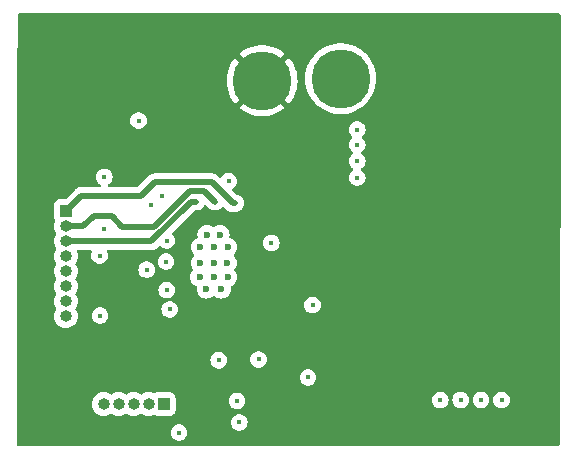
<source format=gbr>
%TF.GenerationSoftware,KiCad,Pcbnew,7.0.9-7.0.9~ubuntu22.04.1*%
%TF.CreationDate,2024-01-17T18:16:46+01:00*%
%TF.ProjectId,driver_seperate,64726976-6572-45f7-9365-706572617465,rev?*%
%TF.SameCoordinates,Original*%
%TF.FileFunction,Copper,L2,Inr*%
%TF.FilePolarity,Positive*%
%FSLAX46Y46*%
G04 Gerber Fmt 4.6, Leading zero omitted, Abs format (unit mm)*
G04 Created by KiCad (PCBNEW 7.0.9-7.0.9~ubuntu22.04.1) date 2024-01-17 18:16:46*
%MOMM*%
%LPD*%
G01*
G04 APERTURE LIST*
%TA.AperFunction,ComponentPad*%
%ADD10C,5.000000*%
%TD*%
%TA.AperFunction,ComponentPad*%
%ADD11R,1.000000X1.000000*%
%TD*%
%TA.AperFunction,ComponentPad*%
%ADD12O,1.000000X1.000000*%
%TD*%
%TA.AperFunction,ViaPad*%
%ADD13C,0.400000*%
%TD*%
%TA.AperFunction,ViaPad*%
%ADD14C,0.600000*%
%TD*%
%TA.AperFunction,Conductor*%
%ADD15C,0.500000*%
%TD*%
G04 APERTURE END LIST*
D10*
%TO.N,GND*%
%TO.C,IN-1*%
X162052000Y-84074000D03*
%TD*%
D11*
%TO.N,/U*%
%TO.C,J1*%
X138785600Y-95300800D03*
D12*
%TO.N,/V*%
X138785600Y-96570800D03*
%TO.N,/W*%
X138785600Y-97840800D03*
%TO.N,GND*%
X138785600Y-99110800D03*
%TO.N,/H2*%
X138785600Y-100380800D03*
%TO.N,/H1*%
X138785600Y-101650800D03*
%TO.N,/H3*%
X138785600Y-102920800D03*
%TO.N,/SW_BK*%
X138785600Y-104190800D03*
%TD*%
D10*
%TO.N,/VM*%
%TO.C,IN+1*%
X155397200Y-84248800D03*
%TD*%
D11*
%TO.N,/FGOUT*%
%TO.C,J2*%
X147066000Y-111633000D03*
D12*
%TO.N,/PWM*%
X145796000Y-111633000D03*
%TO.N,/BRAKE*%
X144526000Y-111633000D03*
%TO.N,/DIR*%
X143256000Y-111633000D03*
%TO.N,/nFAULT*%
X141986000Y-111633000D03*
%TD*%
D13*
%TO.N,Net-(IC1-ILIM)*%
X151714200Y-107924600D03*
X153263600Y-111353600D03*
D14*
%TO.N,GND*%
X151841200Y-97282000D03*
D13*
X144932400Y-87630000D03*
D14*
X150164800Y-99669600D03*
D13*
X163449000Y-92456000D03*
D14*
X151282400Y-100888800D03*
D13*
X175666400Y-111302800D03*
X173939200Y-111277400D03*
X148361400Y-114046000D03*
X163449000Y-89662000D03*
D14*
X150672800Y-101904800D03*
X151942800Y-101904800D03*
D13*
X163449000Y-91059000D03*
D14*
X152450800Y-99669600D03*
D13*
X163449000Y-88392000D03*
X153466800Y-113182400D03*
D14*
X150114000Y-100888800D03*
X152501600Y-100888800D03*
D13*
X170484800Y-111302800D03*
X152552400Y-92760800D03*
D14*
X150723600Y-97282000D03*
X152501600Y-98348800D03*
X151282400Y-99669600D03*
X150164800Y-98348800D03*
D13*
X172212000Y-111277400D03*
D14*
X151282400Y-98348800D03*
D13*
%TO.N,/AVDD*%
X142036800Y-92405200D03*
X155092400Y-107848400D03*
X159283400Y-109372400D03*
X147269200Y-99568000D03*
X147320000Y-97790000D03*
X141986000Y-96774000D03*
X141630400Y-99060000D03*
X147574000Y-103615500D03*
%TO.N,/SW_BK*%
X141681200Y-104140000D03*
X159664400Y-103251000D03*
%TO.N,Net-(IC1-CP)*%
X146913600Y-94030800D03*
X156184600Y-97993200D03*
%TO.N,/VM*%
X154178000Y-91059000D03*
X154178000Y-92456000D03*
X154178000Y-88392000D03*
X154178000Y-89662000D03*
%TO.N,/W*%
X149809200Y-94488000D03*
%TO.N,/V*%
X151384000Y-94488000D03*
%TO.N,/U*%
X153111200Y-94640400D03*
%TO.N,/H3*%
X147320000Y-101981000D03*
%TO.N,/H1*%
X145618200Y-100253800D03*
%TO.N,/nFAULT*%
X145948400Y-94792800D03*
%TD*%
D15*
%TO.N,/W*%
X149809200Y-94488000D02*
X149376750Y-94488000D01*
X146023950Y-97840800D02*
X138785600Y-97840800D01*
X149376750Y-94488000D02*
X146023950Y-97840800D01*
%TO.N,/V*%
X150469600Y-93573600D02*
X149301200Y-93573600D01*
X143560800Y-96621600D02*
X142646400Y-95707200D01*
X151384000Y-94488000D02*
X150469600Y-93573600D01*
X140258800Y-96570800D02*
X138785600Y-96570800D01*
X146253200Y-96621600D02*
X143560800Y-96621600D01*
X142646400Y-95707200D02*
X141122400Y-95707200D01*
X141122400Y-95707200D02*
X140258800Y-96570800D01*
X149301200Y-93573600D02*
X146253200Y-96621600D01*
%TO.N,/U*%
X151114881Y-92852120D02*
X146319119Y-92852120D01*
X146319119Y-92852120D02*
X145176239Y-93995000D01*
X152903161Y-94640400D02*
X151114881Y-92852120D01*
X153111200Y-94640400D02*
X152903161Y-94640400D01*
X140091400Y-93995000D02*
X138785600Y-95300800D01*
X145176239Y-93995000D02*
X140091400Y-93995000D01*
%TD*%
%TA.AperFunction,Conductor*%
%TO.N,/VM*%
G36*
X180612980Y-78581885D02*
G01*
X180658735Y-78634689D01*
X180669941Y-78686458D01*
X180594257Y-115065258D01*
X180574433Y-115132256D01*
X180521534Y-115177901D01*
X180470257Y-115189000D01*
X134744259Y-115189000D01*
X134677220Y-115169315D01*
X134631465Y-115116511D01*
X134620259Y-115064742D01*
X134622379Y-114046000D01*
X147655755Y-114046000D01*
X147676259Y-114214869D01*
X147676260Y-114214874D01*
X147736582Y-114373931D01*
X147798875Y-114464177D01*
X147833217Y-114513929D01*
X147938905Y-114607560D01*
X147960550Y-114626736D01*
X148111173Y-114705789D01*
X148111175Y-114705790D01*
X148276344Y-114746500D01*
X148446456Y-114746500D01*
X148611625Y-114705790D01*
X148691092Y-114664081D01*
X148762249Y-114626736D01*
X148762250Y-114626734D01*
X148762252Y-114626734D01*
X148889583Y-114513929D01*
X148986218Y-114373930D01*
X149046540Y-114214872D01*
X149067045Y-114046000D01*
X149046540Y-113877128D01*
X148986218Y-113718070D01*
X148889583Y-113578071D01*
X148762252Y-113465266D01*
X148762249Y-113465263D01*
X148611626Y-113386210D01*
X148446456Y-113345500D01*
X148276344Y-113345500D01*
X148111173Y-113386210D01*
X147960550Y-113465263D01*
X147833216Y-113578072D01*
X147736582Y-113718068D01*
X147676260Y-113877125D01*
X147676259Y-113877130D01*
X147655755Y-114046000D01*
X134622379Y-114046000D01*
X134624176Y-113182400D01*
X152761155Y-113182400D01*
X152781659Y-113351269D01*
X152781660Y-113351274D01*
X152841982Y-113510331D01*
X152888741Y-113578072D01*
X152938617Y-113650329D01*
X153015079Y-113718068D01*
X153065950Y-113763136D01*
X153216573Y-113842189D01*
X153216575Y-113842190D01*
X153381744Y-113882900D01*
X153551856Y-113882900D01*
X153717025Y-113842190D01*
X153796492Y-113800481D01*
X153867649Y-113763136D01*
X153867650Y-113763134D01*
X153867652Y-113763134D01*
X153994983Y-113650329D01*
X154091618Y-113510330D01*
X154151940Y-113351272D01*
X154172445Y-113182400D01*
X154151940Y-113013528D01*
X154091618Y-112854470D01*
X153994983Y-112714471D01*
X153867652Y-112601666D01*
X153867649Y-112601663D01*
X153717026Y-112522610D01*
X153551856Y-112481900D01*
X153381744Y-112481900D01*
X153216573Y-112522610D01*
X153065950Y-112601663D01*
X152938616Y-112714472D01*
X152841982Y-112854468D01*
X152781660Y-113013525D01*
X152781659Y-113013530D01*
X152761155Y-113182400D01*
X134624176Y-113182400D01*
X134627399Y-111633000D01*
X140980659Y-111633000D01*
X140999975Y-111829129D01*
X140999976Y-111829132D01*
X141055870Y-112013390D01*
X141057188Y-112017733D01*
X141150086Y-112191532D01*
X141150090Y-112191539D01*
X141275116Y-112343883D01*
X141427460Y-112468909D01*
X141427467Y-112468913D01*
X141601266Y-112561811D01*
X141601269Y-112561811D01*
X141601273Y-112561814D01*
X141789868Y-112619024D01*
X141986000Y-112638341D01*
X142182132Y-112619024D01*
X142370727Y-112561814D01*
X142544538Y-112468910D01*
X142544544Y-112468904D01*
X142549607Y-112465523D01*
X142550703Y-112467164D01*
X142606639Y-112443405D01*
X142675507Y-112455194D01*
X142692148Y-112465888D01*
X142692393Y-112465523D01*
X142697458Y-112468907D01*
X142697462Y-112468910D01*
X142842501Y-112546435D01*
X142869147Y-112560678D01*
X142871273Y-112561814D01*
X143059868Y-112619024D01*
X143256000Y-112638341D01*
X143452132Y-112619024D01*
X143640727Y-112561814D01*
X143814538Y-112468910D01*
X143814544Y-112468904D01*
X143819607Y-112465523D01*
X143820703Y-112467164D01*
X143876639Y-112443405D01*
X143945507Y-112455194D01*
X143962148Y-112465888D01*
X143962393Y-112465523D01*
X143967458Y-112468907D01*
X143967462Y-112468910D01*
X144112501Y-112546435D01*
X144139147Y-112560678D01*
X144141273Y-112561814D01*
X144329868Y-112619024D01*
X144526000Y-112638341D01*
X144722132Y-112619024D01*
X144910727Y-112561814D01*
X145084538Y-112468910D01*
X145084544Y-112468904D01*
X145089607Y-112465523D01*
X145090703Y-112467164D01*
X145146639Y-112443405D01*
X145215507Y-112455194D01*
X145232148Y-112465888D01*
X145232393Y-112465523D01*
X145237458Y-112468907D01*
X145237462Y-112468910D01*
X145382501Y-112546435D01*
X145409147Y-112560678D01*
X145411273Y-112561814D01*
X145599868Y-112619024D01*
X145796000Y-112638341D01*
X145992132Y-112619024D01*
X146180727Y-112561814D01*
X146182853Y-112560677D01*
X146184095Y-112560418D01*
X146186355Y-112559483D01*
X146186532Y-112559911D01*
X146251254Y-112546435D01*
X146315615Y-112570767D01*
X146323669Y-112576796D01*
X146323672Y-112576797D01*
X146458517Y-112627091D01*
X146458516Y-112627091D01*
X146465444Y-112627835D01*
X146518127Y-112633500D01*
X147613872Y-112633499D01*
X147673483Y-112627091D01*
X147808331Y-112576796D01*
X147923546Y-112490546D01*
X148009796Y-112375331D01*
X148060091Y-112240483D01*
X148066500Y-112180873D01*
X148066499Y-111353600D01*
X152557955Y-111353600D01*
X152578459Y-111522469D01*
X152578460Y-111522474D01*
X152638782Y-111681531D01*
X152700351Y-111770727D01*
X152735417Y-111821529D01*
X152805409Y-111883536D01*
X152862750Y-111934336D01*
X152994150Y-112003300D01*
X153013375Y-112013390D01*
X153178544Y-112054100D01*
X153348656Y-112054100D01*
X153513825Y-112013390D01*
X153610617Y-111962589D01*
X153664449Y-111934336D01*
X153664450Y-111934334D01*
X153664452Y-111934334D01*
X153791783Y-111821529D01*
X153888418Y-111681530D01*
X153948740Y-111522472D01*
X153969245Y-111353600D01*
X153963077Y-111302800D01*
X169779155Y-111302800D01*
X169799659Y-111471669D01*
X169799660Y-111471674D01*
X169859982Y-111630731D01*
X169922275Y-111720977D01*
X169956617Y-111770729D01*
X170062305Y-111864360D01*
X170083950Y-111883536D01*
X170234573Y-111962589D01*
X170234575Y-111962590D01*
X170399744Y-112003300D01*
X170569856Y-112003300D01*
X170735025Y-111962590D01*
X170814492Y-111920881D01*
X170885649Y-111883536D01*
X170885650Y-111883534D01*
X170885652Y-111883534D01*
X171012983Y-111770729D01*
X171109618Y-111630730D01*
X171169940Y-111471672D01*
X171190445Y-111302800D01*
X171187361Y-111277400D01*
X171506355Y-111277400D01*
X171526859Y-111446269D01*
X171526860Y-111446274D01*
X171587182Y-111605331D01*
X171604714Y-111630730D01*
X171683817Y-111745329D01*
X171789505Y-111838960D01*
X171811150Y-111858136D01*
X171956333Y-111934334D01*
X171961775Y-111937190D01*
X172126944Y-111977900D01*
X172297056Y-111977900D01*
X172462225Y-111937190D01*
X172564457Y-111883534D01*
X172612849Y-111858136D01*
X172612850Y-111858134D01*
X172612852Y-111858134D01*
X172740183Y-111745329D01*
X172836818Y-111605330D01*
X172897140Y-111446272D01*
X172917645Y-111277400D01*
X173233555Y-111277400D01*
X173254059Y-111446269D01*
X173254060Y-111446274D01*
X173314382Y-111605331D01*
X173331914Y-111630730D01*
X173411017Y-111745329D01*
X173516705Y-111838960D01*
X173538350Y-111858136D01*
X173683533Y-111934334D01*
X173688975Y-111937190D01*
X173854144Y-111977900D01*
X174024256Y-111977900D01*
X174189425Y-111937190D01*
X174291657Y-111883534D01*
X174340049Y-111858136D01*
X174340050Y-111858134D01*
X174340052Y-111858134D01*
X174467383Y-111745329D01*
X174564018Y-111605330D01*
X174624340Y-111446272D01*
X174641761Y-111302800D01*
X174960755Y-111302800D01*
X174981259Y-111471669D01*
X174981260Y-111471674D01*
X175041582Y-111630731D01*
X175103875Y-111720977D01*
X175138217Y-111770729D01*
X175243905Y-111864360D01*
X175265550Y-111883536D01*
X175416173Y-111962589D01*
X175416175Y-111962590D01*
X175581344Y-112003300D01*
X175751456Y-112003300D01*
X175916625Y-111962590D01*
X175996092Y-111920881D01*
X176067249Y-111883536D01*
X176067250Y-111883534D01*
X176067252Y-111883534D01*
X176194583Y-111770729D01*
X176291218Y-111630730D01*
X176351540Y-111471672D01*
X176372045Y-111302800D01*
X176351540Y-111133928D01*
X176291218Y-110974870D01*
X176194583Y-110834871D01*
X176067252Y-110722066D01*
X176067249Y-110722063D01*
X175916626Y-110643010D01*
X175751456Y-110602300D01*
X175581344Y-110602300D01*
X175416173Y-110643010D01*
X175265550Y-110722063D01*
X175138216Y-110834872D01*
X175041582Y-110974868D01*
X174981260Y-111133925D01*
X174981259Y-111133930D01*
X174960755Y-111302800D01*
X174641761Y-111302800D01*
X174644845Y-111277400D01*
X174624340Y-111108528D01*
X174564018Y-110949470D01*
X174545137Y-110922117D01*
X174484915Y-110834871D01*
X174467383Y-110809471D01*
X174351173Y-110706518D01*
X174340049Y-110696663D01*
X174189426Y-110617610D01*
X174024256Y-110576900D01*
X173854144Y-110576900D01*
X173688973Y-110617610D01*
X173538350Y-110696663D01*
X173411016Y-110809472D01*
X173314382Y-110949468D01*
X173254060Y-111108525D01*
X173254059Y-111108530D01*
X173233555Y-111277400D01*
X172917645Y-111277400D01*
X172897140Y-111108528D01*
X172836818Y-110949470D01*
X172817937Y-110922117D01*
X172757715Y-110834871D01*
X172740183Y-110809471D01*
X172623973Y-110706518D01*
X172612849Y-110696663D01*
X172462226Y-110617610D01*
X172297056Y-110576900D01*
X172126944Y-110576900D01*
X171961773Y-110617610D01*
X171811150Y-110696663D01*
X171683816Y-110809472D01*
X171587182Y-110949468D01*
X171526860Y-111108525D01*
X171526859Y-111108530D01*
X171506355Y-111277400D01*
X171187361Y-111277400D01*
X171169940Y-111133928D01*
X171109618Y-110974870D01*
X171012983Y-110834871D01*
X170885652Y-110722066D01*
X170885649Y-110722063D01*
X170735026Y-110643010D01*
X170569856Y-110602300D01*
X170399744Y-110602300D01*
X170234573Y-110643010D01*
X170083950Y-110722063D01*
X169956616Y-110834872D01*
X169859982Y-110974868D01*
X169799660Y-111133925D01*
X169799659Y-111133930D01*
X169779155Y-111302800D01*
X153963077Y-111302800D01*
X153948740Y-111184728D01*
X153888418Y-111025670D01*
X153888312Y-111025517D01*
X153853352Y-110974868D01*
X153791783Y-110885671D01*
X153691791Y-110797086D01*
X153664449Y-110772863D01*
X153513826Y-110693810D01*
X153348656Y-110653100D01*
X153178544Y-110653100D01*
X153013373Y-110693810D01*
X152862750Y-110772863D01*
X152735416Y-110885672D01*
X152638782Y-111025668D01*
X152578460Y-111184725D01*
X152578459Y-111184730D01*
X152557955Y-111353600D01*
X148066499Y-111353600D01*
X148066499Y-111085128D01*
X148061299Y-111036757D01*
X148060091Y-111025516D01*
X148009797Y-110890671D01*
X148009793Y-110890664D01*
X147923547Y-110775455D01*
X147923544Y-110775452D01*
X147808335Y-110689206D01*
X147808328Y-110689202D01*
X147673482Y-110638908D01*
X147673483Y-110638908D01*
X147613883Y-110632501D01*
X147613881Y-110632500D01*
X147613873Y-110632500D01*
X147613864Y-110632500D01*
X146518129Y-110632500D01*
X146518123Y-110632501D01*
X146458516Y-110638908D01*
X146323671Y-110689202D01*
X146323666Y-110689205D01*
X146315614Y-110695233D01*
X146250149Y-110719648D01*
X146186530Y-110706104D01*
X146186359Y-110706518D01*
X146184123Y-110705592D01*
X146182850Y-110705321D01*
X146180729Y-110704187D01*
X146180728Y-110704186D01*
X146180727Y-110704186D01*
X145992132Y-110646976D01*
X145992129Y-110646975D01*
X145796000Y-110627659D01*
X145599870Y-110646975D01*
X145411266Y-110704188D01*
X145237467Y-110797086D01*
X145232399Y-110800473D01*
X145231305Y-110798836D01*
X145175337Y-110822596D01*
X145106471Y-110810795D01*
X145089843Y-110800109D01*
X145089601Y-110800473D01*
X145084532Y-110797086D01*
X144910733Y-110704188D01*
X144910727Y-110704186D01*
X144722132Y-110646976D01*
X144722129Y-110646975D01*
X144526000Y-110627659D01*
X144329870Y-110646975D01*
X144141266Y-110704188D01*
X143967467Y-110797086D01*
X143962399Y-110800473D01*
X143961305Y-110798836D01*
X143905337Y-110822596D01*
X143836471Y-110810795D01*
X143819843Y-110800109D01*
X143819601Y-110800473D01*
X143814532Y-110797086D01*
X143640733Y-110704188D01*
X143640727Y-110704186D01*
X143452132Y-110646976D01*
X143452129Y-110646975D01*
X143256000Y-110627659D01*
X143059870Y-110646975D01*
X142871266Y-110704188D01*
X142697467Y-110797086D01*
X142692399Y-110800473D01*
X142691305Y-110798836D01*
X142635337Y-110822596D01*
X142566471Y-110810795D01*
X142549843Y-110800109D01*
X142549601Y-110800473D01*
X142544532Y-110797086D01*
X142370733Y-110704188D01*
X142370727Y-110704186D01*
X142182132Y-110646976D01*
X142182129Y-110646975D01*
X141986000Y-110627659D01*
X141789870Y-110646975D01*
X141601266Y-110704188D01*
X141427467Y-110797086D01*
X141427460Y-110797090D01*
X141275116Y-110922116D01*
X141150090Y-111074460D01*
X141150086Y-111074467D01*
X141057188Y-111248266D01*
X140999975Y-111436870D01*
X140980659Y-111633000D01*
X134627399Y-111633000D01*
X134632102Y-109372400D01*
X158577755Y-109372400D01*
X158598259Y-109541269D01*
X158598260Y-109541274D01*
X158658582Y-109700331D01*
X158720875Y-109790577D01*
X158755217Y-109840329D01*
X158860905Y-109933960D01*
X158882550Y-109953136D01*
X159033173Y-110032189D01*
X159033175Y-110032190D01*
X159198344Y-110072900D01*
X159368456Y-110072900D01*
X159533625Y-110032190D01*
X159613092Y-109990481D01*
X159684249Y-109953136D01*
X159684250Y-109953134D01*
X159684252Y-109953134D01*
X159811583Y-109840329D01*
X159908218Y-109700330D01*
X159968540Y-109541272D01*
X159989045Y-109372400D01*
X159968540Y-109203528D01*
X159908218Y-109044470D01*
X159811583Y-108904471D01*
X159684252Y-108791666D01*
X159684249Y-108791663D01*
X159533626Y-108712610D01*
X159368456Y-108671900D01*
X159198344Y-108671900D01*
X159033173Y-108712610D01*
X158882550Y-108791663D01*
X158755216Y-108904472D01*
X158658582Y-109044468D01*
X158598260Y-109203525D01*
X158598259Y-109203530D01*
X158577755Y-109372400D01*
X134632102Y-109372400D01*
X134635114Y-107924600D01*
X151008555Y-107924600D01*
X151029059Y-108093469D01*
X151029060Y-108093474D01*
X151089382Y-108252531D01*
X151151675Y-108342777D01*
X151186017Y-108392529D01*
X151291705Y-108486160D01*
X151313350Y-108505336D01*
X151463973Y-108584389D01*
X151463975Y-108584390D01*
X151629144Y-108625100D01*
X151799256Y-108625100D01*
X151964425Y-108584390D01*
X152043892Y-108542681D01*
X152115049Y-108505336D01*
X152115050Y-108505334D01*
X152115052Y-108505334D01*
X152242383Y-108392529D01*
X152339018Y-108252530D01*
X152399340Y-108093472D01*
X152419845Y-107924600D01*
X152410593Y-107848400D01*
X154386755Y-107848400D01*
X154407259Y-108017269D01*
X154407260Y-108017274D01*
X154467582Y-108176331D01*
X154520179Y-108252530D01*
X154564217Y-108316329D01*
X154669905Y-108409960D01*
X154691550Y-108429136D01*
X154836733Y-108505334D01*
X154842175Y-108508190D01*
X155007344Y-108548900D01*
X155177456Y-108548900D01*
X155342625Y-108508190D01*
X155422092Y-108466481D01*
X155493249Y-108429136D01*
X155493250Y-108429134D01*
X155493252Y-108429134D01*
X155620583Y-108316329D01*
X155717218Y-108176330D01*
X155777540Y-108017272D01*
X155798045Y-107848400D01*
X155777540Y-107679528D01*
X155717218Y-107520470D01*
X155620583Y-107380471D01*
X155493252Y-107267666D01*
X155493249Y-107267663D01*
X155342626Y-107188610D01*
X155177456Y-107147900D01*
X155007344Y-107147900D01*
X154842173Y-107188610D01*
X154691550Y-107267663D01*
X154564216Y-107380472D01*
X154467582Y-107520468D01*
X154407260Y-107679525D01*
X154407259Y-107679530D01*
X154386755Y-107848400D01*
X152410593Y-107848400D01*
X152399340Y-107755728D01*
X152339018Y-107596670D01*
X152242383Y-107456671D01*
X152115052Y-107343866D01*
X152115049Y-107343863D01*
X151964426Y-107264810D01*
X151799256Y-107224100D01*
X151629144Y-107224100D01*
X151463973Y-107264810D01*
X151313350Y-107343863D01*
X151186016Y-107456672D01*
X151089382Y-107596668D01*
X151029060Y-107755725D01*
X151029059Y-107755730D01*
X151008555Y-107924600D01*
X134635114Y-107924600D01*
X134642882Y-104190800D01*
X137780259Y-104190800D01*
X137799575Y-104386929D01*
X137856788Y-104575533D01*
X137949686Y-104749332D01*
X137949690Y-104749339D01*
X138074716Y-104901683D01*
X138227060Y-105026709D01*
X138227067Y-105026713D01*
X138400866Y-105119611D01*
X138400869Y-105119611D01*
X138400873Y-105119614D01*
X138589468Y-105176824D01*
X138785600Y-105196141D01*
X138981732Y-105176824D01*
X139170327Y-105119614D01*
X139344138Y-105026710D01*
X139496483Y-104901683D01*
X139621510Y-104749338D01*
X139714414Y-104575527D01*
X139771624Y-104386932D01*
X139790941Y-104190800D01*
X139785938Y-104140000D01*
X140975555Y-104140000D01*
X140996059Y-104308869D01*
X140996060Y-104308874D01*
X141056382Y-104467931D01*
X141118675Y-104558177D01*
X141153017Y-104607929D01*
X141258705Y-104701560D01*
X141280350Y-104720736D01*
X141430973Y-104799789D01*
X141430975Y-104799790D01*
X141596144Y-104840500D01*
X141766256Y-104840500D01*
X141931425Y-104799790D01*
X142010892Y-104758081D01*
X142082049Y-104720736D01*
X142082050Y-104720734D01*
X142082052Y-104720734D01*
X142209383Y-104607929D01*
X142306018Y-104467930D01*
X142366340Y-104308872D01*
X142386845Y-104140000D01*
X142366340Y-103971128D01*
X142306018Y-103812070D01*
X142209383Y-103672071D01*
X142145527Y-103615500D01*
X146868355Y-103615500D01*
X146888859Y-103784369D01*
X146888860Y-103784374D01*
X146949182Y-103943431D01*
X147011475Y-104033677D01*
X147045817Y-104083429D01*
X147109673Y-104140000D01*
X147173150Y-104196236D01*
X147323773Y-104275289D01*
X147323775Y-104275290D01*
X147488944Y-104316000D01*
X147659056Y-104316000D01*
X147824225Y-104275290D01*
X147903692Y-104233581D01*
X147974849Y-104196236D01*
X147974850Y-104196234D01*
X147974852Y-104196234D01*
X148102183Y-104083429D01*
X148198818Y-103943430D01*
X148259140Y-103784372D01*
X148279645Y-103615500D01*
X148259140Y-103446628D01*
X148198818Y-103287570D01*
X148173575Y-103251000D01*
X158958755Y-103251000D01*
X158979259Y-103419869D01*
X158979260Y-103419874D01*
X159039582Y-103578931D01*
X159076398Y-103632267D01*
X159136217Y-103718929D01*
X159234575Y-103806066D01*
X159263550Y-103831736D01*
X159414173Y-103910789D01*
X159414175Y-103910790D01*
X159579344Y-103951500D01*
X159749456Y-103951500D01*
X159914625Y-103910790D01*
X159994092Y-103869081D01*
X160065249Y-103831736D01*
X160065250Y-103831734D01*
X160065252Y-103831734D01*
X160192583Y-103718929D01*
X160289218Y-103578930D01*
X160349540Y-103419872D01*
X160370045Y-103251000D01*
X160349540Y-103082128D01*
X160289218Y-102923070D01*
X160286266Y-102918794D01*
X160254876Y-102873318D01*
X160192583Y-102783071D01*
X160073637Y-102677694D01*
X160065249Y-102670263D01*
X159914626Y-102591210D01*
X159749456Y-102550500D01*
X159579344Y-102550500D01*
X159414173Y-102591210D01*
X159263550Y-102670263D01*
X159136216Y-102783072D01*
X159039582Y-102923068D01*
X158979260Y-103082125D01*
X158979259Y-103082130D01*
X158958755Y-103251000D01*
X148173575Y-103251000D01*
X148102183Y-103147571D01*
X147974852Y-103034766D01*
X147974849Y-103034763D01*
X147824226Y-102955710D01*
X147659056Y-102915000D01*
X147488944Y-102915000D01*
X147481443Y-102915000D01*
X147481443Y-102913030D01*
X147474805Y-102911926D01*
X147466521Y-102918794D01*
X147447160Y-102925298D01*
X147323773Y-102955710D01*
X147173150Y-103034763D01*
X147045816Y-103147572D01*
X146949182Y-103287568D01*
X146888860Y-103446625D01*
X146888859Y-103446630D01*
X146868355Y-103615500D01*
X142145527Y-103615500D01*
X142082052Y-103559266D01*
X142082049Y-103559263D01*
X141931426Y-103480210D01*
X141766256Y-103439500D01*
X141596144Y-103439500D01*
X141430973Y-103480210D01*
X141280350Y-103559263D01*
X141153016Y-103672072D01*
X141056382Y-103812068D01*
X140996060Y-103971125D01*
X140996059Y-103971130D01*
X140975555Y-104140000D01*
X139785938Y-104140000D01*
X139771624Y-103994668D01*
X139714414Y-103806073D01*
X139621510Y-103632262D01*
X139621507Y-103632258D01*
X139618123Y-103627193D01*
X139619764Y-103626096D01*
X139596005Y-103570161D01*
X139607794Y-103501293D01*
X139618488Y-103484651D01*
X139618123Y-103484407D01*
X139621504Y-103479344D01*
X139621510Y-103479338D01*
X139714414Y-103305527D01*
X139771624Y-103116932D01*
X139790941Y-102920800D01*
X139771624Y-102724668D01*
X139714414Y-102536073D01*
X139621510Y-102362262D01*
X139621507Y-102362258D01*
X139618123Y-102357193D01*
X139619764Y-102356096D01*
X139596005Y-102300161D01*
X139607794Y-102231293D01*
X139618488Y-102214651D01*
X139618123Y-102214407D01*
X139621504Y-102209344D01*
X139621510Y-102209338D01*
X139714414Y-102035527D01*
X139730955Y-101981000D01*
X146614355Y-101981000D01*
X146634859Y-102149869D01*
X146634860Y-102149874D01*
X146695182Y-102308931D01*
X146731998Y-102362267D01*
X146791817Y-102448929D01*
X146888537Y-102534615D01*
X146919150Y-102561736D01*
X147050337Y-102630588D01*
X147069775Y-102640790D01*
X147234944Y-102681500D01*
X147412557Y-102681500D01*
X147412557Y-102683474D01*
X147419196Y-102684577D01*
X147427504Y-102677694D01*
X147446836Y-102671202D01*
X147570225Y-102640790D01*
X147664691Y-102591210D01*
X147720849Y-102561736D01*
X147720850Y-102561734D01*
X147720852Y-102561734D01*
X147848183Y-102448929D01*
X147944818Y-102308930D01*
X148005140Y-102149872D01*
X148025645Y-101981000D01*
X148005140Y-101812128D01*
X147944818Y-101653070D01*
X147848183Y-101513071D01*
X147720852Y-101400266D01*
X147720849Y-101400263D01*
X147570226Y-101321210D01*
X147405056Y-101280500D01*
X147234944Y-101280500D01*
X147069773Y-101321210D01*
X146919150Y-101400263D01*
X146791816Y-101513072D01*
X146695182Y-101653068D01*
X146634860Y-101812125D01*
X146634859Y-101812130D01*
X146614355Y-101981000D01*
X139730955Y-101981000D01*
X139771624Y-101846932D01*
X139790941Y-101650800D01*
X139771624Y-101454668D01*
X139714414Y-101266073D01*
X139621510Y-101092262D01*
X139621507Y-101092258D01*
X139618123Y-101087193D01*
X139619764Y-101086096D01*
X139596005Y-101030161D01*
X139607794Y-100961293D01*
X139618488Y-100944651D01*
X139618123Y-100944407D01*
X139621504Y-100939344D01*
X139621510Y-100939338D01*
X139714414Y-100765527D01*
X139771624Y-100576932D01*
X139790941Y-100380800D01*
X139778433Y-100253800D01*
X144912555Y-100253800D01*
X144933059Y-100422669D01*
X144933060Y-100422674D01*
X144993382Y-100581731D01*
X145055675Y-100671977D01*
X145090017Y-100721729D01*
X145139462Y-100765533D01*
X145217350Y-100834536D01*
X145367973Y-100913589D01*
X145367975Y-100913590D01*
X145533144Y-100954300D01*
X145703256Y-100954300D01*
X145868425Y-100913590D01*
X145915651Y-100888803D01*
X149308435Y-100888803D01*
X149328630Y-101068049D01*
X149328631Y-101068054D01*
X149388211Y-101238323D01*
X149405648Y-101266073D01*
X149484184Y-101391062D01*
X149611738Y-101518616D01*
X149668504Y-101554284D01*
X149764477Y-101614589D01*
X149801456Y-101627528D01*
X149858233Y-101668249D01*
X149883981Y-101733202D01*
X149883723Y-101758453D01*
X149867235Y-101904795D01*
X149867235Y-101904803D01*
X149887430Y-102084049D01*
X149887431Y-102084054D01*
X149947011Y-102254323D01*
X149981324Y-102308931D01*
X150042984Y-102407062D01*
X150170538Y-102534616D01*
X150323278Y-102630589D01*
X150468773Y-102681500D01*
X150493545Y-102690168D01*
X150493550Y-102690169D01*
X150672796Y-102710365D01*
X150672800Y-102710365D01*
X150672804Y-102710365D01*
X150852049Y-102690169D01*
X150852052Y-102690168D01*
X150852055Y-102690168D01*
X151022322Y-102630589D01*
X151175062Y-102534616D01*
X151220119Y-102489559D01*
X151281442Y-102456074D01*
X151351134Y-102461058D01*
X151395481Y-102489559D01*
X151440538Y-102534616D01*
X151593278Y-102630589D01*
X151738773Y-102681500D01*
X151763545Y-102690168D01*
X151763550Y-102690169D01*
X151942796Y-102710365D01*
X151942800Y-102710365D01*
X151942804Y-102710365D01*
X152122049Y-102690169D01*
X152122052Y-102690168D01*
X152122055Y-102690168D01*
X152292322Y-102630589D01*
X152445062Y-102534616D01*
X152572616Y-102407062D01*
X152668589Y-102254322D01*
X152728168Y-102084055D01*
X152733635Y-102035533D01*
X152748365Y-101904803D01*
X152748365Y-101904797D01*
X152731876Y-101758454D01*
X152743930Y-101689632D01*
X152791279Y-101638252D01*
X152814140Y-101627529D01*
X152851122Y-101614589D01*
X153003862Y-101518616D01*
X153131416Y-101391062D01*
X153227389Y-101238322D01*
X153286968Y-101068055D01*
X153299785Y-100954300D01*
X153307165Y-100888803D01*
X153307165Y-100888796D01*
X153286969Y-100709550D01*
X153286968Y-100709545D01*
X153242244Y-100581731D01*
X153227389Y-100539278D01*
X153131416Y-100386538D01*
X153086267Y-100341389D01*
X153052782Y-100280066D01*
X153057766Y-100210374D01*
X153077000Y-100176396D01*
X153080607Y-100171870D01*
X153080616Y-100171862D01*
X153176589Y-100019122D01*
X153236168Y-99848855D01*
X153239164Y-99822267D01*
X153256365Y-99669603D01*
X153256365Y-99669596D01*
X153236169Y-99490350D01*
X153236168Y-99490345D01*
X153176588Y-99320076D01*
X153119280Y-99228872D01*
X153080616Y-99167338D01*
X153035559Y-99122281D01*
X153002074Y-99060958D01*
X153007058Y-98991266D01*
X153035559Y-98946919D01*
X153074268Y-98908210D01*
X153131416Y-98851062D01*
X153227389Y-98698322D01*
X153286968Y-98528055D01*
X153287587Y-98522560D01*
X153307165Y-98348803D01*
X153307165Y-98348796D01*
X153286969Y-98169550D01*
X153286968Y-98169545D01*
X153268907Y-98117930D01*
X153227389Y-97999278D01*
X153223570Y-97993200D01*
X155478955Y-97993200D01*
X155499459Y-98162069D01*
X155499460Y-98162074D01*
X155559782Y-98321131D01*
X155613761Y-98399332D01*
X155656417Y-98461129D01*
X155731960Y-98528054D01*
X155783750Y-98573936D01*
X155886953Y-98628101D01*
X155934375Y-98652990D01*
X156099544Y-98693700D01*
X156269656Y-98693700D01*
X156434825Y-98652990D01*
X156543242Y-98596088D01*
X156585449Y-98573936D01*
X156585450Y-98573934D01*
X156585452Y-98573934D01*
X156712783Y-98461129D01*
X156809418Y-98321130D01*
X156869740Y-98162072D01*
X156890245Y-97993200D01*
X156869740Y-97824328D01*
X156809418Y-97665270D01*
X156795197Y-97644668D01*
X156775076Y-97615518D01*
X156712783Y-97525271D01*
X156585452Y-97412466D01*
X156585449Y-97412463D01*
X156434826Y-97333410D01*
X156269656Y-97292700D01*
X156099544Y-97292700D01*
X155934373Y-97333410D01*
X155783750Y-97412463D01*
X155656416Y-97525272D01*
X155559782Y-97665268D01*
X155499460Y-97824325D01*
X155499459Y-97824330D01*
X155478955Y-97993200D01*
X153223570Y-97993200D01*
X153202001Y-97958874D01*
X153131415Y-97846537D01*
X153003862Y-97718984D01*
X152851121Y-97623010D01*
X152780940Y-97598453D01*
X152710887Y-97573940D01*
X152654113Y-97533220D01*
X152628365Y-97468268D01*
X152628623Y-97443016D01*
X152646765Y-97282002D01*
X152646765Y-97281996D01*
X152626569Y-97102750D01*
X152626568Y-97102745D01*
X152566988Y-96932476D01*
X152471015Y-96779737D01*
X152343462Y-96652184D01*
X152190723Y-96556211D01*
X152020454Y-96496631D01*
X152020449Y-96496630D01*
X151841204Y-96476435D01*
X151841196Y-96476435D01*
X151661950Y-96496630D01*
X151661945Y-96496631D01*
X151491676Y-96556211D01*
X151348372Y-96646256D01*
X151281135Y-96665256D01*
X151216428Y-96646256D01*
X151073123Y-96556211D01*
X150902854Y-96496631D01*
X150902849Y-96496630D01*
X150723604Y-96476435D01*
X150723596Y-96476435D01*
X150544350Y-96496630D01*
X150544345Y-96496631D01*
X150374076Y-96556211D01*
X150221337Y-96652184D01*
X150093784Y-96779737D01*
X149997811Y-96932476D01*
X149938231Y-97102745D01*
X149938230Y-97102750D01*
X149918035Y-97281996D01*
X149918035Y-97282003D01*
X149938232Y-97461262D01*
X149938671Y-97463186D01*
X149938592Y-97464462D01*
X149939011Y-97468175D01*
X149938360Y-97468248D01*
X149934390Y-97532924D01*
X149893084Y-97589277D01*
X149858733Y-97607805D01*
X149815276Y-97623011D01*
X149815275Y-97623012D01*
X149662537Y-97718984D01*
X149534984Y-97846537D01*
X149439011Y-97999276D01*
X149379431Y-98169545D01*
X149379430Y-98169550D01*
X149359235Y-98348796D01*
X149359235Y-98348803D01*
X149379430Y-98528049D01*
X149379431Y-98528054D01*
X149439011Y-98698323D01*
X149534984Y-98851062D01*
X149605441Y-98921519D01*
X149638926Y-98982842D01*
X149633942Y-99052534D01*
X149605441Y-99096881D01*
X149534984Y-99167337D01*
X149439011Y-99320076D01*
X149379431Y-99490345D01*
X149379430Y-99490350D01*
X149359235Y-99669596D01*
X149359235Y-99669603D01*
X149379430Y-99848849D01*
X149379431Y-99848854D01*
X149439011Y-100019123D01*
X149480361Y-100084930D01*
X149534983Y-100171861D01*
X149534985Y-100171863D01*
X149538596Y-100176391D01*
X149565007Y-100241076D01*
X149552254Y-100309772D01*
X149529334Y-100341387D01*
X149484184Y-100386537D01*
X149388211Y-100539276D01*
X149328631Y-100709545D01*
X149328630Y-100709550D01*
X149308435Y-100888796D01*
X149308435Y-100888803D01*
X145915651Y-100888803D01*
X145947892Y-100871881D01*
X146019049Y-100834536D01*
X146019050Y-100834534D01*
X146019052Y-100834534D01*
X146146383Y-100721729D01*
X146243018Y-100581730D01*
X146303340Y-100422672D01*
X146323845Y-100253800D01*
X146303340Y-100084928D01*
X146243018Y-99925870D01*
X146222352Y-99895931D01*
X146189854Y-99848849D01*
X146146383Y-99785871D01*
X146019052Y-99673066D01*
X146019049Y-99673063D01*
X145868426Y-99594010D01*
X145762897Y-99568000D01*
X146563555Y-99568000D01*
X146584059Y-99736869D01*
X146584060Y-99736874D01*
X146644382Y-99895931D01*
X146665048Y-99925870D01*
X146741017Y-100035929D01*
X146846705Y-100129560D01*
X146868350Y-100148736D01*
X146999327Y-100217478D01*
X147018975Y-100227790D01*
X147184144Y-100268500D01*
X147354256Y-100268500D01*
X147519425Y-100227790D01*
X147625988Y-100171861D01*
X147670049Y-100148736D01*
X147670050Y-100148734D01*
X147670052Y-100148734D01*
X147797383Y-100035929D01*
X147894018Y-99895930D01*
X147954340Y-99736872D01*
X147974845Y-99568000D01*
X147954340Y-99399128D01*
X147894018Y-99240070D01*
X147886286Y-99228869D01*
X147843814Y-99167337D01*
X147797383Y-99100071D01*
X147702516Y-99016026D01*
X147670049Y-98987263D01*
X147519426Y-98908210D01*
X147354256Y-98867500D01*
X147184144Y-98867500D01*
X147018973Y-98908210D01*
X146868350Y-98987263D01*
X146741016Y-99100072D01*
X146644382Y-99240068D01*
X146584060Y-99399125D01*
X146584059Y-99399130D01*
X146563555Y-99568000D01*
X145762897Y-99568000D01*
X145703256Y-99553300D01*
X145533144Y-99553300D01*
X145367973Y-99594010D01*
X145217350Y-99673063D01*
X145090016Y-99785872D01*
X144993382Y-99925868D01*
X144933060Y-100084925D01*
X144933059Y-100084930D01*
X144912555Y-100253800D01*
X139778433Y-100253800D01*
X139771624Y-100184668D01*
X139714414Y-99996073D01*
X139621510Y-99822262D01*
X139621507Y-99822258D01*
X139618123Y-99817193D01*
X139619764Y-99816096D01*
X139596005Y-99760161D01*
X139607794Y-99691293D01*
X139618488Y-99674651D01*
X139618123Y-99674407D01*
X139621504Y-99669344D01*
X139621510Y-99669338D01*
X139714414Y-99495527D01*
X139771624Y-99306932D01*
X139790941Y-99110800D01*
X139771624Y-98914668D01*
X139722064Y-98751294D01*
X139721442Y-98681428D01*
X139758690Y-98622316D01*
X139821984Y-98592725D01*
X139840726Y-98591300D01*
X140879324Y-98591300D01*
X140946363Y-98610985D01*
X140992118Y-98663789D01*
X141002062Y-98732947D01*
X140995266Y-98759270D01*
X140945261Y-98891122D01*
X140945259Y-98891130D01*
X140924755Y-99060000D01*
X140945259Y-99228869D01*
X140945260Y-99228874D01*
X141005582Y-99387931D01*
X141067875Y-99478177D01*
X141102217Y-99527929D01*
X141207905Y-99621560D01*
X141229550Y-99640736D01*
X141380173Y-99719789D01*
X141380175Y-99719790D01*
X141545344Y-99760500D01*
X141715456Y-99760500D01*
X141880625Y-99719790D01*
X141976764Y-99669332D01*
X142031249Y-99640736D01*
X142031250Y-99640734D01*
X142031252Y-99640734D01*
X142158583Y-99527929D01*
X142255218Y-99387930D01*
X142315540Y-99228872D01*
X142336045Y-99060000D01*
X142315540Y-98891128D01*
X142308012Y-98871278D01*
X142265534Y-98759270D01*
X142260167Y-98689607D01*
X142293315Y-98628101D01*
X142354453Y-98594280D01*
X142381476Y-98591300D01*
X145960245Y-98591300D01*
X145978215Y-98592609D01*
X146001973Y-98596089D01*
X146054018Y-98591535D01*
X146059420Y-98591300D01*
X146067654Y-98591300D01*
X146067659Y-98591300D01*
X146079277Y-98589941D01*
X146100226Y-98587493D01*
X146112978Y-98586377D01*
X146176747Y-98580799D01*
X146176755Y-98580796D01*
X146183816Y-98579339D01*
X146183828Y-98579398D01*
X146191193Y-98577765D01*
X146191179Y-98577706D01*
X146198196Y-98576041D01*
X146198205Y-98576041D01*
X146270373Y-98549774D01*
X146343284Y-98525614D01*
X146343293Y-98525607D01*
X146349832Y-98522560D01*
X146349858Y-98522616D01*
X146356640Y-98519332D01*
X146356613Y-98519278D01*
X146363056Y-98516040D01*
X146363067Y-98516037D01*
X146427233Y-98473834D01*
X146492606Y-98433512D01*
X146492612Y-98433505D01*
X146498275Y-98429029D01*
X146498312Y-98429077D01*
X146504154Y-98424318D01*
X146504114Y-98424271D01*
X146509636Y-98419636D01*
X146509646Y-98419630D01*
X146531348Y-98396625D01*
X146562336Y-98363782D01*
X146604987Y-98321130D01*
X146643726Y-98282390D01*
X146705046Y-98248906D01*
X146774738Y-98253890D01*
X146813633Y-98277256D01*
X146919150Y-98370736D01*
X147030310Y-98429077D01*
X147069775Y-98449790D01*
X147234944Y-98490500D01*
X147405056Y-98490500D01*
X147570225Y-98449790D01*
X147666364Y-98399332D01*
X147720849Y-98370736D01*
X147720850Y-98370734D01*
X147720852Y-98370734D01*
X147848183Y-98257929D01*
X147944818Y-98117930D01*
X148005140Y-97958872D01*
X148025645Y-97790000D01*
X148005140Y-97621128D01*
X147944818Y-97462070D01*
X147944260Y-97461262D01*
X147848182Y-97322070D01*
X147817330Y-97294738D01*
X147780203Y-97235549D01*
X147780969Y-97165684D01*
X147811873Y-97114243D01*
X149651298Y-95274819D01*
X149712621Y-95241334D01*
X149738979Y-95238500D01*
X149852901Y-95238500D01*
X149852909Y-95238500D01*
X149983455Y-95223241D01*
X150148317Y-95163237D01*
X150294896Y-95066830D01*
X150415292Y-94939218D01*
X150465735Y-94851847D01*
X150516297Y-94803635D01*
X150584904Y-94790411D01*
X150649769Y-94816378D01*
X150660800Y-94826169D01*
X150884216Y-95049585D01*
X150884220Y-95049588D01*
X150884223Y-95049591D01*
X150987323Y-95131111D01*
X151146327Y-95205257D01*
X151318144Y-95240734D01*
X151493513Y-95235631D01*
X151662976Y-95190223D01*
X151817400Y-95106959D01*
X151948459Y-94990326D01*
X151963879Y-94968302D01*
X152018453Y-94924677D01*
X152087951Y-94917482D01*
X152150307Y-94949002D01*
X152153136Y-94951743D01*
X152327431Y-95126038D01*
X152339212Y-95139670D01*
X152353549Y-95158928D01*
X152393570Y-95192511D01*
X152397558Y-95196166D01*
X152403377Y-95201985D01*
X152403381Y-95201988D01*
X152403384Y-95201991D01*
X152429120Y-95222340D01*
X152487947Y-95271702D01*
X152487948Y-95271702D01*
X152487950Y-95271704D01*
X152493979Y-95275670D01*
X152493946Y-95275719D01*
X152500308Y-95279772D01*
X152500340Y-95279721D01*
X152506480Y-95283508D01*
X152506484Y-95283511D01*
X152541293Y-95299743D01*
X152576102Y-95315975D01*
X152635867Y-95345990D01*
X152644728Y-95350440D01*
X152644730Y-95350440D01*
X152651518Y-95352911D01*
X152651497Y-95352967D01*
X152658618Y-95355443D01*
X152658637Y-95355386D01*
X152665483Y-95357654D01*
X152665488Y-95357657D01*
X152665493Y-95357658D01*
X152665496Y-95357659D01*
X152740726Y-95373192D01*
X152815440Y-95390900D01*
X152815443Y-95390900D01*
X152815447Y-95390901D01*
X152822614Y-95391739D01*
X152822607Y-95391798D01*
X152830105Y-95392564D01*
X152830111Y-95392505D01*
X152837300Y-95393134D01*
X152837304Y-95393133D01*
X152837305Y-95393134D01*
X152914078Y-95390900D01*
X153154909Y-95390900D01*
X153285455Y-95375641D01*
X153450317Y-95315637D01*
X153591359Y-95222871D01*
X153596893Y-95219232D01*
X153596894Y-95219231D01*
X153596893Y-95219231D01*
X153596896Y-95219230D01*
X153717292Y-95091618D01*
X153805012Y-94939681D01*
X153855330Y-94771610D01*
X153865531Y-94596465D01*
X153835065Y-94423689D01*
X153765577Y-94262596D01*
X153660810Y-94121870D01*
X153526414Y-94009098D01*
X153501164Y-93996417D01*
X153369633Y-93930359D01*
X153252937Y-93902701D01*
X153193853Y-93869725D01*
X152883810Y-93559682D01*
X152850325Y-93498359D01*
X152855309Y-93428667D01*
X152897181Y-93372734D01*
X152913853Y-93362212D01*
X152953252Y-93341534D01*
X153080583Y-93228729D01*
X153177218Y-93088730D01*
X153237540Y-92929672D01*
X153258045Y-92760800D01*
X153237540Y-92591928D01*
X153185990Y-92456000D01*
X162743355Y-92456000D01*
X162763859Y-92624869D01*
X162763860Y-92624874D01*
X162824182Y-92783931D01*
X162885751Y-92873127D01*
X162920817Y-92923929D01*
X162990809Y-92985936D01*
X163048150Y-93036736D01*
X163179550Y-93105700D01*
X163198775Y-93115790D01*
X163363944Y-93156500D01*
X163534056Y-93156500D01*
X163699225Y-93115790D01*
X163796015Y-93064990D01*
X163849849Y-93036736D01*
X163849850Y-93036734D01*
X163849852Y-93036734D01*
X163977183Y-92923929D01*
X164073818Y-92783930D01*
X164134140Y-92624872D01*
X164154645Y-92456000D01*
X164134140Y-92287128D01*
X164073818Y-92128070D01*
X164066093Y-92116879D01*
X164027039Y-92060300D01*
X163977183Y-91988071D01*
X163849852Y-91875266D01*
X163834667Y-91867296D01*
X163784455Y-91818713D01*
X163768480Y-91750694D01*
X163791815Y-91684836D01*
X163834667Y-91647703D01*
X163849852Y-91639734D01*
X163977183Y-91526929D01*
X164073818Y-91386930D01*
X164134140Y-91227872D01*
X164154645Y-91059000D01*
X164134140Y-90890128D01*
X164073818Y-90731070D01*
X163977183Y-90591071D01*
X163849852Y-90478266D01*
X163834667Y-90470296D01*
X163784455Y-90421713D01*
X163768480Y-90353694D01*
X163791815Y-90287836D01*
X163834667Y-90250703D01*
X163849852Y-90242734D01*
X163977183Y-90129929D01*
X164073818Y-89989930D01*
X164134140Y-89830872D01*
X164154645Y-89662000D01*
X164134140Y-89493128D01*
X164073818Y-89334070D01*
X163977183Y-89194071D01*
X163893363Y-89119813D01*
X163856238Y-89060626D01*
X163857006Y-88990761D01*
X163893363Y-88934186D01*
X163977183Y-88859929D01*
X164073818Y-88719930D01*
X164134140Y-88560872D01*
X164154645Y-88392000D01*
X164134140Y-88223128D01*
X164129440Y-88210736D01*
X164073817Y-88064068D01*
X164000554Y-87957930D01*
X163977183Y-87924071D01*
X163849852Y-87811266D01*
X163849849Y-87811263D01*
X163699226Y-87732210D01*
X163534056Y-87691500D01*
X163363944Y-87691500D01*
X163198773Y-87732210D01*
X163048150Y-87811263D01*
X162920816Y-87924072D01*
X162824182Y-88064068D01*
X162763860Y-88223125D01*
X162763859Y-88223130D01*
X162743355Y-88392000D01*
X162763859Y-88560869D01*
X162763860Y-88560874D01*
X162824182Y-88719931D01*
X162920818Y-88859930D01*
X163004634Y-88934185D01*
X163041761Y-88993374D01*
X163040993Y-89063240D01*
X163004634Y-89119815D01*
X162920818Y-89194069D01*
X162824182Y-89334068D01*
X162763860Y-89493125D01*
X162763859Y-89493130D01*
X162743355Y-89662000D01*
X162763859Y-89830869D01*
X162763860Y-89830874D01*
X162824182Y-89989931D01*
X162886475Y-90080177D01*
X162920817Y-90129929D01*
X163048148Y-90242734D01*
X163058974Y-90248416D01*
X163063333Y-90250704D01*
X163113545Y-90299289D01*
X163129519Y-90367309D01*
X163106183Y-90433166D01*
X163063333Y-90470296D01*
X163048149Y-90478265D01*
X162920816Y-90591072D01*
X162824182Y-90731068D01*
X162763860Y-90890125D01*
X162763859Y-90890130D01*
X162743355Y-91059000D01*
X162763859Y-91227869D01*
X162763860Y-91227874D01*
X162824182Y-91386931D01*
X162886475Y-91477177D01*
X162920817Y-91526929D01*
X163048148Y-91639734D01*
X163058974Y-91645416D01*
X163063333Y-91647704D01*
X163113545Y-91696289D01*
X163129519Y-91764309D01*
X163106183Y-91830166D01*
X163063333Y-91867296D01*
X163048149Y-91875265D01*
X162920816Y-91988072D01*
X162824182Y-92128068D01*
X162763860Y-92287125D01*
X162763859Y-92287130D01*
X162743355Y-92456000D01*
X153185990Y-92456000D01*
X153177218Y-92432870D01*
X153176539Y-92431887D01*
X153131393Y-92366481D01*
X153080583Y-92292871D01*
X152953252Y-92180066D01*
X152953249Y-92180063D01*
X152802626Y-92101010D01*
X152637456Y-92060300D01*
X152467344Y-92060300D01*
X152302173Y-92101010D01*
X152151550Y-92180063D01*
X152026858Y-92290531D01*
X152024217Y-92292871D01*
X151942442Y-92411342D01*
X151888158Y-92455332D01*
X151818710Y-92462991D01*
X151756145Y-92431887D01*
X151752711Y-92428582D01*
X151690610Y-92366481D01*
X151678830Y-92352850D01*
X151671363Y-92342821D01*
X151664493Y-92333592D01*
X151659204Y-92329154D01*
X151624468Y-92300006D01*
X151620493Y-92296364D01*
X151616999Y-92292870D01*
X151614661Y-92290531D01*
X151588921Y-92270179D01*
X151530090Y-92220814D01*
X151524061Y-92216849D01*
X151524093Y-92216800D01*
X151517734Y-92212748D01*
X151517703Y-92212799D01*
X151511561Y-92209011D01*
X151511559Y-92209010D01*
X151511558Y-92209009D01*
X151472355Y-92190728D01*
X151441939Y-92176544D01*
X151407775Y-92159387D01*
X151373314Y-92142080D01*
X151373312Y-92142079D01*
X151373311Y-92142079D01*
X151366526Y-92139609D01*
X151366546Y-92139553D01*
X151359430Y-92137079D01*
X151359412Y-92137135D01*
X151352552Y-92134862D01*
X151319656Y-92128070D01*
X151277315Y-92119327D01*
X151228353Y-92107723D01*
X151202600Y-92101619D01*
X151195428Y-92100781D01*
X151195434Y-92100721D01*
X151187936Y-92099955D01*
X151187931Y-92100015D01*
X151180741Y-92099385D01*
X151103964Y-92101620D01*
X146382824Y-92101620D01*
X146364854Y-92100311D01*
X146341091Y-92096830D01*
X146296009Y-92100775D01*
X146289052Y-92101384D01*
X146283651Y-92101620D01*
X146275407Y-92101620D01*
X146242826Y-92105428D01*
X146166318Y-92112121D01*
X146159252Y-92113581D01*
X146159240Y-92113524D01*
X146151873Y-92115158D01*
X146151887Y-92115214D01*
X146144870Y-92116876D01*
X146072692Y-92143146D01*
X145999781Y-92167307D01*
X145993238Y-92170358D01*
X145993213Y-92170306D01*
X145986433Y-92173588D01*
X145986459Y-92173640D01*
X145980000Y-92176884D01*
X145915828Y-92219090D01*
X145850464Y-92259408D01*
X145844796Y-92263890D01*
X145844760Y-92263844D01*
X145838917Y-92268604D01*
X145838954Y-92268648D01*
X145833429Y-92273284D01*
X145833423Y-92273289D01*
X145833423Y-92273290D01*
X145817159Y-92290529D01*
X145780717Y-92329154D01*
X144901690Y-93208181D01*
X144840367Y-93241666D01*
X144814009Y-93244500D01*
X142448084Y-93244500D01*
X142381045Y-93224815D01*
X142335290Y-93172011D01*
X142325346Y-93102853D01*
X142354371Y-93039297D01*
X142390458Y-93010704D01*
X142437649Y-92985936D01*
X142437650Y-92985934D01*
X142437652Y-92985934D01*
X142564983Y-92873129D01*
X142661618Y-92733130D01*
X142721940Y-92574072D01*
X142742445Y-92405200D01*
X142721940Y-92236328D01*
X142661618Y-92077270D01*
X142649904Y-92060300D01*
X142627276Y-92027518D01*
X142564983Y-91937271D01*
X142437652Y-91824466D01*
X142437649Y-91824463D01*
X142287026Y-91745410D01*
X142121856Y-91704700D01*
X141951744Y-91704700D01*
X141786573Y-91745410D01*
X141635950Y-91824463D01*
X141508616Y-91937272D01*
X141411982Y-92077268D01*
X141351660Y-92236325D01*
X141351659Y-92236330D01*
X141331155Y-92405200D01*
X141351659Y-92574069D01*
X141351660Y-92574074D01*
X141411982Y-92733131D01*
X141474275Y-92823377D01*
X141508617Y-92873129D01*
X141614305Y-92966760D01*
X141635950Y-92985936D01*
X141683142Y-93010704D01*
X141733354Y-93059288D01*
X141749329Y-93127307D01*
X141725994Y-93193165D01*
X141670758Y-93235952D01*
X141625516Y-93244500D01*
X140155105Y-93244500D01*
X140137135Y-93243191D01*
X140113372Y-93239710D01*
X140067933Y-93243686D01*
X140061331Y-93244264D01*
X140055930Y-93244500D01*
X140047689Y-93244500D01*
X140025979Y-93247037D01*
X140015124Y-93248306D01*
X139999819Y-93249645D01*
X139938599Y-93255001D01*
X139931532Y-93256460D01*
X139931520Y-93256404D01*
X139924163Y-93258035D01*
X139924177Y-93258092D01*
X139917143Y-93259759D01*
X139844975Y-93286025D01*
X139772065Y-93310185D01*
X139765526Y-93313235D01*
X139765501Y-93313183D01*
X139758708Y-93316471D01*
X139758734Y-93316522D01*
X139752284Y-93319761D01*
X139688116Y-93361964D01*
X139622747Y-93402285D01*
X139617077Y-93406769D01*
X139617041Y-93406723D01*
X139611198Y-93411484D01*
X139611235Y-93411528D01*
X139605710Y-93416164D01*
X139605704Y-93416169D01*
X139605704Y-93416170D01*
X139590731Y-93432040D01*
X139553014Y-93472017D01*
X138761049Y-94263981D01*
X138699726Y-94297466D01*
X138673368Y-94300300D01*
X138237729Y-94300300D01*
X138237723Y-94300301D01*
X138178116Y-94306708D01*
X138043271Y-94357002D01*
X138043264Y-94357006D01*
X137928055Y-94443252D01*
X137928052Y-94443255D01*
X137841806Y-94558464D01*
X137841802Y-94558471D01*
X137791508Y-94693317D01*
X137785101Y-94752916D01*
X137785100Y-94752935D01*
X137785100Y-95848670D01*
X137785101Y-95848676D01*
X137791508Y-95908283D01*
X137841802Y-96043128D01*
X137841804Y-96043131D01*
X137847831Y-96051182D01*
X137872248Y-96116646D01*
X137858705Y-96180270D01*
X137859118Y-96180441D01*
X137858195Y-96182669D01*
X137857924Y-96183943D01*
X137856788Y-96186067D01*
X137799575Y-96374670D01*
X137780259Y-96570800D01*
X137799575Y-96766929D01*
X137856788Y-96955533D01*
X137949686Y-97129332D01*
X137953073Y-97134401D01*
X137951436Y-97135494D01*
X137975196Y-97191463D01*
X137963395Y-97260329D01*
X137952709Y-97276956D01*
X137953073Y-97277199D01*
X137949686Y-97282267D01*
X137856788Y-97456066D01*
X137799575Y-97644670D01*
X137780259Y-97840800D01*
X137799575Y-98036929D01*
X137799576Y-98036932D01*
X137839805Y-98169550D01*
X137856788Y-98225533D01*
X137949686Y-98399332D01*
X137953073Y-98404401D01*
X137951436Y-98405494D01*
X137975196Y-98461463D01*
X137963395Y-98530329D01*
X137952709Y-98546956D01*
X137953073Y-98547199D01*
X137949686Y-98552267D01*
X137856788Y-98726066D01*
X137799575Y-98914670D01*
X137780259Y-99110800D01*
X137799575Y-99306929D01*
X137856788Y-99495533D01*
X137949686Y-99669332D01*
X137953073Y-99674401D01*
X137951436Y-99675494D01*
X137975196Y-99731463D01*
X137963395Y-99800329D01*
X137952709Y-99816956D01*
X137953073Y-99817199D01*
X137949686Y-99822267D01*
X137856788Y-99996066D01*
X137799575Y-100184670D01*
X137780259Y-100380800D01*
X137799575Y-100576929D01*
X137799576Y-100576932D01*
X137839805Y-100709550D01*
X137856788Y-100765533D01*
X137949686Y-100939332D01*
X137953073Y-100944401D01*
X137951436Y-100945494D01*
X137975196Y-101001463D01*
X137963395Y-101070329D01*
X137952709Y-101086956D01*
X137953073Y-101087199D01*
X137949686Y-101092267D01*
X137856788Y-101266066D01*
X137799575Y-101454670D01*
X137780259Y-101650800D01*
X137799575Y-101846929D01*
X137856788Y-102035533D01*
X137949686Y-102209332D01*
X137953073Y-102214401D01*
X137951436Y-102215494D01*
X137975196Y-102271463D01*
X137963395Y-102340329D01*
X137952709Y-102356956D01*
X137953073Y-102357199D01*
X137949686Y-102362267D01*
X137856788Y-102536066D01*
X137799575Y-102724670D01*
X137780259Y-102920800D01*
X137799575Y-103116929D01*
X137856788Y-103305533D01*
X137949686Y-103479332D01*
X137953073Y-103484401D01*
X137951436Y-103485494D01*
X137975196Y-103541463D01*
X137963395Y-103610329D01*
X137952709Y-103626956D01*
X137953073Y-103627199D01*
X137949686Y-103632267D01*
X137856788Y-103806066D01*
X137799575Y-103994670D01*
X137780259Y-104190800D01*
X134642882Y-104190800D01*
X134677336Y-87630000D01*
X144226755Y-87630000D01*
X144247259Y-87798869D01*
X144247260Y-87798874D01*
X144307582Y-87957931D01*
X144369875Y-88048177D01*
X144404217Y-88097929D01*
X144509905Y-88191560D01*
X144531550Y-88210736D01*
X144682173Y-88289789D01*
X144682175Y-88289790D01*
X144847344Y-88330500D01*
X145017456Y-88330500D01*
X145182625Y-88289790D01*
X145309634Y-88223130D01*
X145333249Y-88210736D01*
X145333250Y-88210734D01*
X145333252Y-88210734D01*
X145460583Y-88097929D01*
X145557218Y-87957930D01*
X145617540Y-87798872D01*
X145638045Y-87630000D01*
X145617540Y-87461128D01*
X145557218Y-87302070D01*
X145460583Y-87162071D01*
X145333252Y-87049266D01*
X145333249Y-87049263D01*
X145182626Y-86970210D01*
X145017456Y-86929500D01*
X144847344Y-86929500D01*
X144682173Y-86970210D01*
X144531550Y-87049263D01*
X144404216Y-87162072D01*
X144307582Y-87302068D01*
X144247260Y-87461125D01*
X144247259Y-87461130D01*
X144226755Y-87630000D01*
X134677336Y-87630000D01*
X134684370Y-84248803D01*
X152392116Y-84248803D01*
X152412435Y-84597669D01*
X152412436Y-84597680D01*
X152473114Y-84941802D01*
X152473116Y-84941811D01*
X152573345Y-85276600D01*
X152711755Y-85597470D01*
X152711761Y-85597483D01*
X152886489Y-85900122D01*
X153095172Y-86180431D01*
X153095176Y-86180436D01*
X153103347Y-86189097D01*
X153103348Y-86189098D01*
X154350865Y-84941581D01*
X154490055Y-85116120D01*
X154659499Y-85264158D01*
X154707008Y-85292543D01*
X153460017Y-86539533D01*
X153460018Y-86539534D01*
X153602680Y-86659242D01*
X153894661Y-86851280D01*
X154206939Y-87008114D01*
X154206945Y-87008116D01*
X154535330Y-87127638D01*
X154535333Y-87127639D01*
X154875371Y-87208229D01*
X155222476Y-87248799D01*
X155222477Y-87248800D01*
X155571923Y-87248800D01*
X155571923Y-87248799D01*
X155919027Y-87208229D01*
X155919029Y-87208229D01*
X156259066Y-87127639D01*
X156259069Y-87127638D01*
X156587454Y-87008116D01*
X156587460Y-87008114D01*
X156899738Y-86851280D01*
X157191715Y-86659245D01*
X157334380Y-86539534D01*
X157334381Y-86539533D01*
X156087325Y-85292478D01*
X156222947Y-85193944D01*
X156378439Y-85031312D01*
X156440001Y-84938048D01*
X157691050Y-86189097D01*
X157699232Y-86180425D01*
X157907910Y-85900122D01*
X158082638Y-85597483D01*
X158082644Y-85597470D01*
X158221054Y-85276600D01*
X158321283Y-84941811D01*
X158321285Y-84941802D01*
X158381963Y-84597680D01*
X158381964Y-84597669D01*
X158402284Y-84248803D01*
X158402284Y-84248796D01*
X158392103Y-84074003D01*
X159046415Y-84074003D01*
X159066738Y-84422927D01*
X159066739Y-84422938D01*
X159127428Y-84767127D01*
X159127430Y-84767134D01*
X159227674Y-85101972D01*
X159366107Y-85422895D01*
X159366113Y-85422908D01*
X159540870Y-85725597D01*
X159749584Y-86005949D01*
X159749589Y-86005955D01*
X159873463Y-86137253D01*
X159989442Y-86260183D01*
X160165903Y-86408251D01*
X160257186Y-86484847D01*
X160257194Y-86484853D01*
X160549203Y-86676911D01*
X160549207Y-86676913D01*
X160861549Y-86833777D01*
X161189989Y-86953319D01*
X161530086Y-87033923D01*
X161877241Y-87074500D01*
X161877248Y-87074500D01*
X162226752Y-87074500D01*
X162226759Y-87074500D01*
X162573914Y-87033923D01*
X162914011Y-86953319D01*
X163242451Y-86833777D01*
X163554793Y-86676913D01*
X163846811Y-86484849D01*
X164114558Y-86260183D01*
X164354412Y-86005953D01*
X164563130Y-85725596D01*
X164737889Y-85422904D01*
X164876326Y-85101971D01*
X164976569Y-84767136D01*
X164980990Y-84742067D01*
X165037260Y-84422938D01*
X165037259Y-84422938D01*
X165037262Y-84422927D01*
X165057585Y-84074000D01*
X165037262Y-83725073D01*
X165037260Y-83725061D01*
X164976571Y-83380872D01*
X164976569Y-83380865D01*
X164953454Y-83303656D01*
X164876326Y-83046029D01*
X164737889Y-82725096D01*
X164563130Y-82422404D01*
X164563129Y-82422402D01*
X164354415Y-82142050D01*
X164354410Y-82142044D01*
X164238433Y-82019117D01*
X164114558Y-81887817D01*
X163966488Y-81763572D01*
X163846813Y-81663152D01*
X163846805Y-81663146D01*
X163554796Y-81471088D01*
X163242458Y-81314226D01*
X163242452Y-81314223D01*
X162914012Y-81194681D01*
X162914009Y-81194680D01*
X162573915Y-81114077D01*
X162530519Y-81109004D01*
X162226759Y-81073500D01*
X161877241Y-81073500D01*
X161573480Y-81109004D01*
X161530085Y-81114077D01*
X161530083Y-81114077D01*
X161189990Y-81194680D01*
X161189987Y-81194681D01*
X160861547Y-81314223D01*
X160861541Y-81314226D01*
X160549203Y-81471088D01*
X160257194Y-81663146D01*
X160257186Y-81663152D01*
X159989442Y-81887817D01*
X159989440Y-81887819D01*
X159749589Y-82142044D01*
X159749584Y-82142050D01*
X159540870Y-82422402D01*
X159366113Y-82725091D01*
X159366107Y-82725104D01*
X159227674Y-83046027D01*
X159127430Y-83380865D01*
X159127428Y-83380872D01*
X159066739Y-83725061D01*
X159066738Y-83725072D01*
X159046415Y-84073996D01*
X159046415Y-84074003D01*
X158392103Y-84074003D01*
X158381964Y-83899930D01*
X158381963Y-83899919D01*
X158321285Y-83555797D01*
X158321283Y-83555788D01*
X158221054Y-83220999D01*
X158082644Y-82900129D01*
X158082638Y-82900116D01*
X157907910Y-82597477D01*
X157699229Y-82317171D01*
X157691050Y-82308501D01*
X157691050Y-82308500D01*
X156443533Y-83556017D01*
X156304345Y-83381480D01*
X156134901Y-83233442D01*
X156087391Y-83205056D01*
X157334381Y-81958065D01*
X157334380Y-81958064D01*
X157191719Y-81838357D01*
X156899738Y-81646319D01*
X156587460Y-81489485D01*
X156587454Y-81489483D01*
X156259069Y-81369961D01*
X156259066Y-81369960D01*
X155919028Y-81289370D01*
X155571923Y-81248800D01*
X155222477Y-81248800D01*
X154875372Y-81289370D01*
X154875370Y-81289370D01*
X154535333Y-81369960D01*
X154535330Y-81369961D01*
X154206945Y-81489483D01*
X154206939Y-81489485D01*
X153894661Y-81646319D01*
X153602685Y-81838354D01*
X153460017Y-81958064D01*
X154707074Y-83205121D01*
X154571453Y-83303656D01*
X154415961Y-83466288D01*
X154354398Y-83559551D01*
X153103348Y-82308501D01*
X153103346Y-82308501D01*
X153095173Y-82317166D01*
X152886489Y-82597477D01*
X152711761Y-82900116D01*
X152711755Y-82900129D01*
X152573345Y-83220999D01*
X152473116Y-83555788D01*
X152473114Y-83555797D01*
X152412436Y-83899919D01*
X152412435Y-83899930D01*
X152392116Y-84248796D01*
X152392116Y-84248803D01*
X134684370Y-84248803D01*
X134695943Y-78685942D01*
X134715767Y-78618944D01*
X134768666Y-78573299D01*
X134819943Y-78562200D01*
X180545941Y-78562200D01*
X180612980Y-78581885D01*
G37*
%TD.AperFunction*%
%TD*%
M02*

</source>
